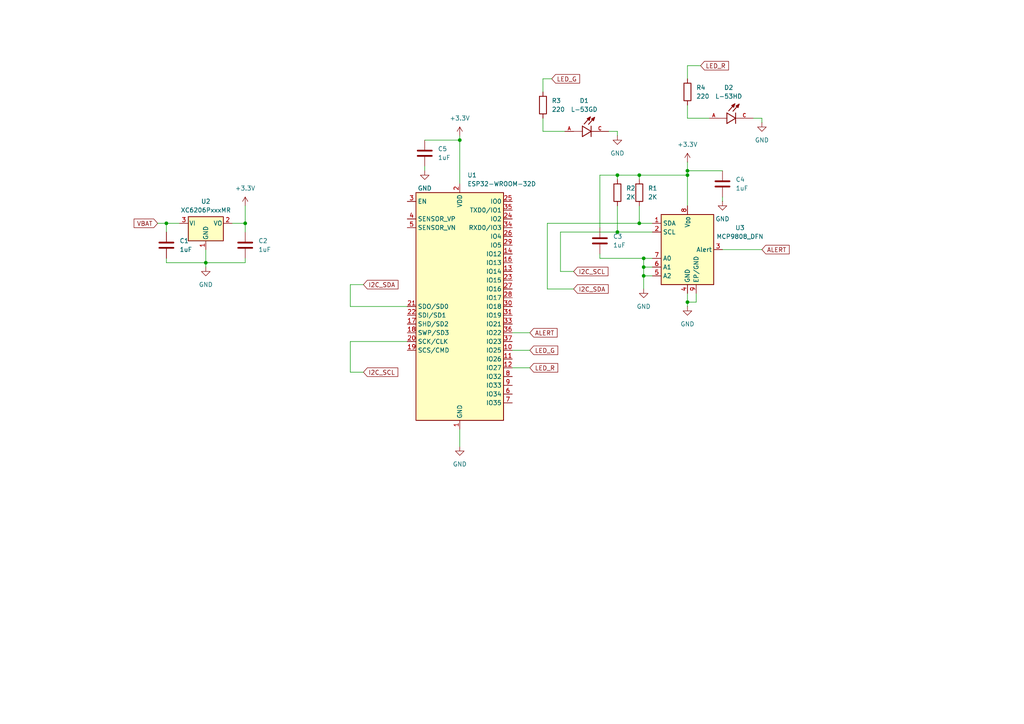
<source format=kicad_sch>
(kicad_sch (version 20231120) (generator "eeschema") (generator_version "8.0")
  (paper "A4")
  (lib_symbols
    (symbol "Device:C" (pin_numbers hide) (pin_names (offset 0.254))
      (property "Reference" "C" (at 0.635 2.54 0))
      (property "Value" "C" (at 0.635 -2.54 0))
      (symbol "C_0_1"
        (polyline (pts (xy -2.032 -0.762) (xy 2.032 -0.762)) (stroke (width 0.508)))
        (polyline (pts (xy -2.032 0.762) (xy 2.032 0.762)) (stroke (width 0.508)))
      )
      (symbol "C_1_1"
        (pin passive line (at 0 3.81 270) (length 2.794) (name "~") (number "1"))
        (pin passive line (at 0 -3.81 90) (length 2.794) (name "~") (number "2"))
      )
    )
    (symbol "Device:R" (pin_numbers hide) (pin_names (offset 0))
      (property "Reference" "R" (at 2.032 0 90))
      (property "Value" "R" (at 0 0 90))
      (symbol "R_0_1"
        (rectangle (start -1.016 -2.54) (end 1.016 2.54) (stroke (width 0.254)))
      )
      (symbol "R_1_1"
        (pin passive line (at 0 3.81 270) (length 1.27) (name "~") (number "1"))
        (pin passive line (at 0 -3.81 90) (length 1.27) (name "~") (number "2"))
      )
    )
    (symbol "New_Library:L-53GD" (pin_names (offset 1.016) hide)
      (property "Reference" "D" (at -3.0988 4.4958 0))
      (property "Value" "L-53GD" (at -3.556 -3.302 0))
      (symbol "L-53GD_0_0"
        (polyline (pts (xy -2.54 -1.524) (xy 0 0)) (stroke (width 0.254)))
        (polyline (pts (xy -2.54 0) (xy -5.08 0)) (stroke (width 0.1524)))
        (polyline (pts (xy -2.54 0) (xy -2.54 -1.524)) (stroke (width 0.254)))
        (polyline (pts (xy -2.54 1.524) (xy -2.54 0)) (stroke (width 0.254)))
        (polyline (pts (xy -1.1176 3.683) (xy -0.2286 4.1656)) (stroke (width 0.254)))
        (polyline (pts (xy -0.9398 3.6068) (xy -0.7112 3.7592)) (stroke (width 0.254)))
        (polyline (pts (xy -0.5588 3.2004) (xy -1.1176 3.683)) (stroke (width 0.254)))
        (polyline (pts (xy -0.5588 3.2004) (xy -0.5334 3.937)) (stroke (width 0.254)))
        (polyline (pts (xy -0.5334 3.937) (xy -0.6604 3.937)) (stroke (width 0.254)))
        (polyline (pts (xy -0.2286 4.1656) (xy -2.0066 2.1336)) (stroke (width 0.254)))
        (polyline (pts (xy -0.2286 4.1656) (xy -0.5588 3.2004)) (stroke (width 0.254)))
        (polyline (pts (xy 0 0) (xy -2.54 1.524)) (stroke (width 0.254)))
        (polyline (pts (xy 0 1.524) (xy 0 -1.524)) (stroke (width 0.254)))
        (polyline (pts (xy 0.127 3.5814) (xy 1.016 4.064)) (stroke (width 0.254)))
        (polyline (pts (xy 0.3048 3.5052) (xy 0.5334 3.6576)) (stroke (width 0.254)))
        (polyline (pts (xy 0.6858 3.0988) (xy 0.127 3.5814)) (stroke (width 0.254)))
        (polyline (pts (xy 0.6858 3.0988) (xy 0.7112 3.8354)) (stroke (width 0.254)))
        (polyline (pts (xy 0.7112 3.8354) (xy 0.5842 3.8354)) (stroke (width 0.254)))
        (polyline (pts (xy 1.016 4.064) (xy -0.762 2.032)) (stroke (width 0.254)))
        (polyline (pts (xy 1.016 4.064) (xy 0.6858 3.0988)) (stroke (width 0.254)))
        (pin passive line (at -7.62 0 0) (length 2.54) (name "~") (number "A"))
        (pin passive line (at 5.08 0 180) (length 5.08) (name "~") (number "C"))
      )
    )
    (symbol "RF_Module:ESP32-WROOM-32D"
      (property "Reference" "U" (at -12.7 34.29 0))
      (property "Value" "ESP32-WROOM-32D" (at 1.27 34.29 0))
      (symbol "ESP32-WROOM-32D_0_1"
        (rectangle (start -12.7 33.02) (end 12.7 -33.02) (stroke (width 0.254)) (fill (type background)))
      )
      (symbol "ESP32-WROOM-32D_1_1"
        (pin power_in line (at 0 -35.56 90) (length 2.54) (name "GND") (number "1"))
        (pin bidirectional line (at 15.24 -12.7 180) (length 2.54) (name "IO25") (number "10"))
        (pin bidirectional line (at 15.24 -15.24 180) (length 2.54) (name "IO26") (number "11"))
        (pin bidirectional line (at 15.24 -17.78 180) (length 2.54) (name "IO27") (number "12"))
        (pin bidirectional line (at 15.24 10.16 180) (length 2.54) (name "IO14") (number "13"))
        (pin bidirectional line (at 15.24 15.24 180) (length 2.54) (name "IO12") (number "14"))
        (pin passive line (at 0 -35.56 90) (length 2.54) hide (name "GND") (number "15"))
        (pin bidirectional line (at 15.24 12.7 180) (length 2.54) (name "IO13") (number "16"))
        (pin bidirectional line (at -15.24 -5.08 0) (length 2.54) (name "SHD/SD2") (number "17"))
        (pin bidirectional line (at -15.24 -7.62 0) (length 2.54) (name "SWP/SD3") (number "18"))
        (pin bidirectional line (at -15.24 -12.7 0) (length 2.54) (name "SCS/CMD") (number "19"))
        (pin power_in line (at 0 35.56 270) (length 2.54) (name "VDD") (number "2"))
        (pin bidirectional line (at -15.24 -10.16 0) (length 2.54) (name "SCK/CLK") (number "20"))
        (pin bidirectional line (at -15.24 0 0) (length 2.54) (name "SDO/SD0") (number "21"))
        (pin bidirectional line (at -15.24 -2.54 0) (length 2.54) (name "SDI/SD1") (number "22"))
        (pin bidirectional line (at 15.24 7.62 180) (length 2.54) (name "IO15") (number "23"))
        (pin bidirectional line (at 15.24 25.4 180) (length 2.54) (name "IO2") (number "24"))
        (pin bidirectional line (at 15.24 30.48 180) (length 2.54) (name "IO0") (number "25"))
        (pin bidirectional line (at 15.24 20.32 180) (length 2.54) (name "IO4") (number "26"))
        (pin bidirectional line (at 15.24 5.08 180) (length 2.54) (name "IO16") (number "27"))
        (pin bidirectional line (at 15.24 2.54 180) (length 2.54) (name "IO17") (number "28"))
        (pin bidirectional line (at 15.24 17.78 180) (length 2.54) (name "IO5") (number "29"))
        (pin input line (at -15.24 30.48 0) (length 2.54) (name "EN") (number "3"))
        (pin bidirectional line (at 15.24 0 180) (length 2.54) (name "IO18") (number "30"))
        (pin bidirectional line (at 15.24 -2.54 180) (length 2.54) (name "IO19") (number "31"))
        (pin no_connect line (at -12.7 -27.94 0) (length 2.54) hide (name "NC") (number "32"))
        (pin bidirectional line (at 15.24 -5.08 180) (length 2.54) (name "IO21") (number "33"))
        (pin bidirectional line (at 15.24 22.86 180) (length 2.54) (name "RXD0/IO3") (number "34"))
        (pin bidirectional line (at 15.24 27.94 180) (length 2.54) (name "TXD0/IO1") (number "35"))
        (pin bidirectional line (at 15.24 -7.62 180) (length 2.54) (name "IO22") (number "36"))
        (pin bidirectional line (at 15.24 -10.16 180) (length 2.54) (name "IO23") (number "37"))
        (pin passive line (at 0 -35.56 90) (length 2.54) hide (name "GND") (number "38"))
        (pin passive line (at 0 -35.56 90) (length 2.54) hide (name "GND") (number "39"))
        (pin input line (at -15.24 25.4 0) (length 2.54) (name "SENSOR_VP") (number "4"))
        (pin input line (at -15.24 22.86 0) (length 2.54) (name "SENSOR_VN") (number "5"))
        (pin input line (at 15.24 -25.4 180) (length 2.54) (name "IO34") (number "6"))
        (pin input line (at 15.24 -27.94 180) (length 2.54) (name "IO35") (number "7"))
        (pin bidirectional line (at 15.24 -20.32 180) (length 2.54) (name "IO32") (number "8"))
        (pin bidirectional line (at 15.24 -22.86 180) (length 2.54) (name "IO33") (number "9"))
      )
    )
    (symbol "Regulator_Linear:XC6206PxxxMR" (pin_names (offset 0.254))
      (property "Reference" "U" (at -3.81 3.175 0))
      (property "Value" "XC6206PxxxMR" (at 0 3.175 0))
      (symbol "XC6206PxxxMR_0_1"
        (rectangle (start -5.08 1.905) (end 5.08 -5.08) (stroke (width 0.254)) (fill (type background)))
      )
      (symbol "XC6206PxxxMR_1_1"
        (pin power_in line (at 0 -7.62 90) (length 2.54) (name "GND") (number "1"))
        (pin power_out line (at 7.62 0 180) (length 2.54) (name "VO") (number "2"))
        (pin power_in line (at -7.62 0 0) (length 2.54) (name "VI") (number "3"))
      )
    )
    (symbol "Sensor_Temperature:MCP9808_DFN"
      (property "Reference" "U" (at -6.35 11.43 0))
      (property "Value" "MCP9808_DFN" (at 10.16 11.43 0))
      (symbol "MCP9808_DFN_0_1"
        (rectangle (start -7.62 10.16) (end 7.62 -10.16) (stroke (width 0.254)) (fill (type background)))
      )
      (symbol "MCP9808_DFN_1_1"
        (pin bidirectional line (at -10.16 7.62 0) (length 2.54) (name "SDA") (number "1"))
        (pin input line (at -10.16 5.08 0) (length 2.54) (name "SCL") (number "2"))
        (pin output line (at 10.16 0 180) (length 2.54) (name "Alert") (number "3"))
        (pin power_in line (at 0 -12.7 90) (length 2.54) (name "GND") (number "4"))
        (pin input line (at -10.16 -7.62 0) (length 2.54) (name "A2") (number "5"))
        (pin input line (at -10.16 -5.08 0) (length 2.54) (name "A1") (number "6"))
        (pin input line (at -10.16 -2.54 0) (length 2.54) (name "A0") (number "7"))
        (pin power_in line (at 0 12.7 270) (length 2.54) (name "V_{DD}") (number "8"))
        (pin power_in line (at 2.54 -12.7 90) (length 2.54) (name "EP/GND") (number "9"))
      )
    )
    (symbol "power:+3.3V" (power) (pin_numbers hide) (pin_names (offset 0) hide)
      (property "Value" "+3.3V" (at 0 3.556 0))
      (symbol "+3.3V_0_1"
        (polyline (pts (xy -0.762 1.27) (xy 0 2.54)))
        (polyline (pts (xy 0 0) (xy 0 2.54)))
        (polyline (pts (xy 0 2.54) (xy 0.762 1.27)))
      )
      (symbol "+3.3V_1_1"
        (pin power_in line (at 0 0 90) (length 0) (name "~") (number "1"))
      )
    )
    (symbol "power:GND" (power) (pin_numbers hide) (pin_names (offset 0) hide)
      (property "Value" "GND" (at 0 -3.81 0))
      (symbol "GND_0_1"
        (polyline (pts (xy 0 0) (xy 0 -1.27) (xy 1.27 -1.27) (xy 0 -2.54) (xy -1.27 -1.27) (xy 0 -1.27)))
      )
      (symbol "GND_1_1"
        (pin power_in line (at 0 0 270) (length 0) (name "~") (number "1"))
      )
    )
  )
  (junction (at 133.35 40.64))
  (junction (at 179.07 67.31))
  (junction (at 59.69 76.2))
  (junction (at 185.42 50.8))
  (junction (at 48.26 64.77))
  (junction (at 71.12 64.77))
  (junction (at 185.42 64.77))
  (junction (at 199.39 49.53))
  (junction (at 199.39 87.63))
  (junction (at 179.07 50.8))
  (junction (at 186.69 77.47))
  (junction (at 186.69 80.01))
  (junction (at 186.69 74.93))
  (junction (at 199.39 50.8))
  (wire (pts (xy 173.99 74.93) (xy 173.99 73.66)))
  (wire (pts (xy 189.23 80.01) (xy 186.69 80.01)))
  (wire (pts (xy 160.02 22.86) (xy 157.48 22.86)))
  (wire (pts (xy 199.39 49.53) (xy 209.55 49.53)))
  (wire (pts (xy 199.39 19.05) (xy 199.39 22.86)))
  (wire (pts (xy 71.12 74.93) (xy 71.12 76.2)))
  (wire (pts (xy 189.23 74.93) (xy 186.69 74.93)))
  (wire (pts (xy 186.69 80.01) (xy 186.69 83.82)))
  (wire (pts (xy 199.39 87.63) (xy 199.39 88.9)))
  (wire (pts (xy 157.48 34.29) (xy 157.48 38.1)))
  (wire (pts (xy 173.99 66.04) (xy 173.99 50.8)))
  (wire (pts (xy 101.6 107.95) (xy 101.6 99.06)))
  (wire (pts (xy 173.99 50.8) (xy 179.07 50.8)))
  (wire (pts (xy 220.98 35.56) (xy 220.98 34.29)))
  (wire (pts (xy 186.69 77.47) (xy 186.69 80.01)))
  (wire (pts (xy 148.59 101.6) (xy 153.67 101.6)))
  (wire (pts (xy 220.98 34.29) (xy 218.44 34.29)))
  (wire (pts (xy 199.39 49.53) (xy 199.39 50.8)))
  (wire (pts (xy 186.69 77.47) (xy 189.23 77.47)))
  (wire (pts (xy 45.72 64.77) (xy 48.26 64.77)))
  (wire (pts (xy 101.6 82.55) (xy 101.6 88.9)))
  (wire (pts (xy 199.39 85.09) (xy 199.39 87.63)))
  (wire (pts (xy 185.42 64.77) (xy 185.42 59.69)))
  (wire (pts (xy 133.35 39.37) (xy 133.35 40.64)))
  (wire (pts (xy 179.07 39.37) (xy 179.07 38.1)))
  (wire (pts (xy 203.2 19.05) (xy 199.39 19.05)))
  (wire (pts (xy 148.59 96.52) (xy 153.67 96.52)))
  (wire (pts (xy 133.35 124.46) (xy 133.35 129.54)))
  (wire (pts (xy 185.42 50.8) (xy 199.39 50.8)))
  (wire (pts (xy 48.26 74.93) (xy 48.26 76.2)))
  (wire (pts (xy 59.69 76.2) (xy 71.12 76.2)))
  (wire (pts (xy 48.26 76.2) (xy 59.69 76.2)))
  (wire (pts (xy 59.69 72.39) (xy 59.69 76.2)))
  (wire (pts (xy 186.69 74.93) (xy 173.99 74.93)))
  (wire (pts (xy 199.39 30.48) (xy 199.39 34.29)))
  (wire (pts (xy 179.07 38.1) (xy 176.53 38.1)))
  (wire (pts (xy 67.31 64.77) (xy 71.12 64.77)))
  (wire (pts (xy 185.42 52.07) (xy 185.42 50.8)))
  (wire (pts (xy 201.93 87.63) (xy 199.39 87.63)))
  (wire (pts (xy 101.6 99.06) (xy 118.11 99.06)))
  (wire (pts (xy 157.48 38.1) (xy 163.83 38.1)))
  (wire (pts (xy 162.56 67.31) (xy 162.56 78.74)))
  (wire (pts (xy 101.6 88.9) (xy 118.11 88.9)))
  (wire (pts (xy 158.75 83.82) (xy 166.37 83.82)))
  (wire (pts (xy 199.39 46.99) (xy 199.39 49.53)))
  (wire (pts (xy 185.42 64.77) (xy 158.75 64.77)))
  (wire (pts (xy 179.07 59.69) (xy 179.07 67.31)))
  (wire (pts (xy 48.26 64.77) (xy 52.07 64.77)))
  (wire (pts (xy 158.75 64.77) (xy 158.75 83.82)))
  (wire (pts (xy 186.69 74.93) (xy 186.69 77.47)))
  (wire (pts (xy 105.41 82.55) (xy 101.6 82.55)))
  (wire (pts (xy 105.41 107.95) (xy 101.6 107.95)))
  (wire (pts (xy 148.59 106.68) (xy 153.67 106.68)))
  (wire (pts (xy 162.56 78.74) (xy 166.37 78.74)))
  (wire (pts (xy 123.19 40.64) (xy 133.35 40.64)))
  (wire (pts (xy 179.07 67.31) (xy 189.23 67.31)))
  (wire (pts (xy 179.07 50.8) (xy 185.42 50.8)))
  (wire (pts (xy 48.26 67.31) (xy 48.26 64.77)))
  (wire (pts (xy 209.55 72.39) (xy 220.98 72.39)))
  (wire (pts (xy 189.23 64.77) (xy 185.42 64.77)))
  (wire (pts (xy 59.69 76.2) (xy 59.69 77.47)))
  (wire (pts (xy 179.07 67.31) (xy 162.56 67.31)))
  (wire (pts (xy 199.39 50.8) (xy 199.39 59.69)))
  (wire (pts (xy 123.19 48.26) (xy 123.19 49.53)))
  (wire (pts (xy 199.39 34.29) (xy 205.74 34.29)))
  (wire (pts (xy 209.55 57.15) (xy 209.55 58.42)))
  (wire (pts (xy 71.12 59.69) (xy 71.12 64.77)))
  (wire (pts (xy 133.35 40.64) (xy 133.35 53.34)))
  (wire (pts (xy 157.48 22.86) (xy 157.48 26.67)))
  (wire (pts (xy 179.07 52.07) (xy 179.07 50.8)))
  (wire (pts (xy 71.12 64.77) (xy 71.12 67.31)))
  (wire (pts (xy 201.93 85.09) (xy 201.93 87.63)))
  (global_label "ALERT" (shape input) (at 220.98 72.39 0) (property "Intersheetrefs" "${INTERSHEET_REFS}" (effects (hide yes))))
  (global_label "LED_G" (shape input) (at 153.67 101.6 0) (property "Intersheetrefs" "${INTERSHEET_REFS}" (effects (hide yes))))
  (global_label "VBAT" (shape input) (at 45.72 64.77 180) (property "Intersheetrefs" "${INTERSHEET_REFS}" (effects (hide yes))))
  (global_label "I2C_SCL" (shape input) (at 105.41 107.95 0) (property "Intersheetrefs" "${INTERSHEET_REFS}" (effects (hide yes))))
  (global_label "LED_R" (shape input) (at 153.67 106.68 0) (property "Intersheetrefs" "${INTERSHEET_REFS}" (effects (hide yes))))
  (global_label "I2C_SDA" (shape input) (at 166.37 83.82 0) (property "Intersheetrefs" "${INTERSHEET_REFS}" (effects (hide yes))))
  (global_label "I2C_SCL" (shape input) (at 166.37 78.74 0) (property "Intersheetrefs" "${INTERSHEET_REFS}" (effects (hide yes))))
  (global_label "I2C_SDA" (shape input) (at 105.41 82.55 0) (property "Intersheetrefs" "${INTERSHEET_REFS}" (effects (hide yes))))
  (global_label "LED_R" (shape input) (at 203.2 19.05 0) (property "Intersheetrefs" "${INTERSHEET_REFS}" (effects (hide yes))))
  (global_label "ALERT" (shape input) (at 153.67 96.52 0) (property "Intersheetrefs" "${INTERSHEET_REFS}" (effects (hide yes))))
  (global_label "LED_G" (shape input) (at 160.02 22.86 0) (property "Intersheetrefs" "${INTERSHEET_REFS}" (effects (hide yes))))
  (symbol (lib_id "power:+3.3V") (at 71.12 59.69 0) (unit 1)
    (property "Reference" "#PWR08" (effects (hide yes)))
    (property "Value" "+3.3V" (at 71.12 54.61 0))
    (property "Description" "Power symbol creates a global label with name \"+3.3V\"" (effects (hide yes)))
  )
  (symbol (lib_id "power:GND") (at 220.98 35.56 0) (unit 1)
    (property "Reference" "#PWR010" (effects (hide yes)))
    (property "Value" "GND" (at 220.98 40.64 0))
    (property "Description" "Power symbol creates a global label with name \"GND\" , ground" (effects (hide yes)))
  )
  (symbol (lib_id "Device:C") (at 173.99 69.85 0) (unit 1)
    (property "Reference" "C3" (at 177.8 68.5799 0) (effects (justify left)))
    (property "Value" "1uF" (at 177.8 71.1199 0) (effects (justify left)))
    (property "Footprint" "Capacitor_SMD:C_0201_0603Metric" (effects (hide yes)))
    (property "Description" "Unpolarized capacitor" (effects (hide yes)))
  )
  (symbol (lib_id "Regulator_Linear:XC6206PxxxMR") (at 59.69 64.77 0) (unit 1)
    (property "Reference" "U2" (at 59.69 58.42 0))
    (property "Value" "XC6206PxxxMR" (at 59.69 60.96 0))
    (property "Footprint" "Package_TO_SOT_SMD:SOT-23-3" (effects (hide yes)))
    (property "Datasheet" "https://www.torexsemi.com/file/xc6206/XC6206.pdf" (effects (hide yes)))
    (property "Description" "Positive 60-250mA Low Dropout Regulator, Fixed Output, SOT-23" (effects (hide yes)))
  )
  (symbol (lib_id "Device:R") (at 199.39 26.67 0) (unit 1)
    (property "Reference" "R4" (at 201.93 25.3999 0) (effects (justify left)))
    (property "Value" "220" (at 201.93 27.9399 0) (effects (justify left)))
    (property "Footprint" "Resistor_SMD:R_0201_0603Metric" (effects (hide yes)))
    (property "Description" "Resistor" (effects (hide yes)))
  )
  (symbol (lib_id "power:GND") (at 209.55 58.42 0) (unit 1)
    (property "Reference" "#PWR012" (effects (hide yes)))
    (property "Value" "GND" (at 209.55 63.5 0))
    (property "Description" "Power symbol creates a global label with name \"GND\" , ground" (effects (hide yes)))
  )
  (symbol (lib_id "power:+3.3V") (at 199.39 46.99 0) (unit 1)
    (property "Reference" "#PWR04" (effects (hide yes)))
    (property "Value" "+3.3V" (at 199.39 41.91 0))
    (property "Description" "Power symbol creates a global label with name \"+3.3V\"" (effects (hide yes)))
  )
  (symbol (lib_id "power:GND") (at 179.07 39.37 0) (unit 1)
    (property "Reference" "#PWR09" (effects (hide yes)))
    (property "Value" "GND" (at 179.07 44.45 0))
    (property "Description" "Power symbol creates a global label with name \"GND\" , ground" (effects (hide yes)))
  )
  (symbol (lib_id "Device:C") (at 123.19 44.45 0) (unit 1)
    (property "Reference" "C5" (at 127 43.1799 0) (effects (justify left)))
    (property "Value" "1uF" (at 127 45.7199 0) (effects (justify left)))
    (property "Footprint" "Capacitor_SMD:C_0201_0603Metric" (effects (hide yes)))
    (property "Description" "Unpolarized capacitor" (effects (hide yes)))
  )
  (symbol (lib_id "Device:C") (at 48.26 71.12 0) (unit 1)
    (property "Reference" "C1" (at 52.07 69.8499 0) (effects (justify left)))
    (property "Value" "1uF" (at 52.07 72.3899 0) (effects (justify left)))
    (property "Footprint" "Capacitor_SMD:C_0201_0603Metric" (effects (hide yes)))
    (property "Description" "Unpolarized capacitor" (effects (hide yes)))
  )
  (symbol (lib_id "New_Library:L-53GD") (at 171.45 38.1 0) (unit 1)
    (property "Reference" "D1" (at 169.4434 29.21 0))
    (property "Value" "L-53GD" (at 169.4434 31.75 0))
    (property "Footprint" "LEDRD254W50D500H1060" (effects (hide yes)))
    (property "MF" "Kingbright" (effects (hide yes)))
    (property "MAXIMUM_PACKAGE_HEIGHT" "10.6mm" (effects (hide yes)))
    (property "Package" "CDIP-28 Kingbright" (effects (hide yes)))
    (property "Price" "None" (effects (hide yes)))
    (property "Check_prices" "https://www.snapeda.com/parts/L-53GD/Kingbright/view-part/?ref=eda" (effects (hide yes)))
    (property "STANDARD" "IPC-7351B" (effects (hide yes)))
    (property "PARTREV" "V.3" (effects (hide yes)))
    (property "SnapEDA_Link" "https://www.snapeda.com/parts/L-53GD/Kingbright/view-part/?ref=snap" (effects (hide yes)))
    (property "MP" "L-53GD" (effects (hide yes)))
    (property "Description_1" "\\nLED; 5mm; green; 5-32mcd; 60°; Front: convex\\n" (effects (hide yes)))
    (property "Availability" "In Stock" (effects (hide yes)))
    (property "MANUFACTURER" "Kingbright" (effects (hide yes)))
  )
  (symbol (lib_id "Device:R") (at 185.42 55.88 0) (unit 1)
    (property "Reference" "R1" (at 187.96 54.6099 0) (effects (justify left)))
    (property "Value" "2K" (at 187.96 57.1499 0) (effects (justify left)))
    (property "Footprint" "Resistor_SMD:R_0201_0603Metric" (effects (hide yes)))
    (property "Description" "Resistor" (effects (hide yes)))
  )
  (symbol (lib_id "power:GND") (at 59.69 77.47 0) (unit 1)
    (property "Reference" "#PWR01" (effects (hide yes)))
    (property "Value" "GND" (at 59.69 82.55 0))
    (property "Description" "Power symbol creates a global label with name \"GND\" , ground" (effects (hide yes)))
  )
  (symbol (lib_id "power:+3.3V") (at 133.35 39.37 0) (unit 1)
    (property "Reference" "#PWR07" (effects (hide yes)))
    (property "Value" "+3.3V" (at 133.35 34.29 0))
    (property "Description" "Power symbol creates a global label with name \"+3.3V\"" (effects (hide yes)))
  )
  (symbol (lib_id "RF_Module:ESP32-WROOM-32D") (at 133.35 88.9 0) (unit 1)
    (property "Reference" "U1" (at 135.5441 50.8 0) (effects (justify left)))
    (property "Value" "ESP32-WROOM-32D" (at 135.5441 53.34 0) (effects (justify left)))
    (property "Footprint" "RF_Module:ESP32-WROOM-32D" (effects (hide yes)))
    (property "Datasheet" "https://www.espressif.com/sites/default/files/documentation/esp32-wroom-32d_esp32-wroom-32u_datasheet_en.pdf" (effects (hide yes)))
    (property "Description" "RF Module, ESP32-D0WD SoC, Wi-Fi 802.11b/g/n, Bluetooth, BLE, 32-bit, 2.7-3.6V, onboard antenna, SMD" (effects (hide yes)))
  )
  (symbol (lib_id "power:GND") (at 123.19 49.53 0) (unit 1)
    (property "Reference" "#PWR011" (effects (hide yes)))
    (property "Value" "GND" (at 123.19 54.61 0))
    (property "Description" "Power symbol creates a global label with name \"GND\" , ground" (effects (hide yes)))
  )
  (symbol (lib_id "New_Library:L-53GD") (at 213.36 34.29 0) (unit 1)
    (property "Reference" "D2" (at 211.3534 25.4 0))
    (property "Value" "L-53HD" (at 211.3534 27.94 0))
    (property "Footprint" "Library:LED_WP7113SYD" (effects (hide yes)))
    (property "MF" "Kingbright" (effects (hide yes)))
    (property "MAXIMUM_PACKAGE_HEIGHT" "10.6mm" (effects (hide yes)))
    (property "Package" "CDIP-28 Kingbright" (effects (hide yes)))
    (property "Price" "None" (effects (hide yes)))
    (property "Check_prices" "https://www.snapeda.com/parts/L-53GD/Kingbright/view-part/?ref=eda" (effects (hide yes)))
    (property "STANDARD" "IPC-7351B" (effects (hide yes)))
    (property "PARTREV" "V.3" (effects (hide yes)))
    (property "SnapEDA_Link" "https://www.snapeda.com/parts/L-53GD/Kingbright/view-part/?ref=snap" (effects (hide yes)))
    (property "MP" "L-53GD" (effects (hide yes)))
    (property "Description_1" "\\nLED; 5mm; green; 5-32mcd; 60°; Front: convex\\n" (effects (hide yes)))
    (property "Availability" "In Stock" (effects (hide yes)))
    (property "MANUFACTURER" "Kingbright" (effects (hide yes)))
  )
  (symbol (lib_id "Sensor_Temperature:MCP9808_DFN") (at 199.39 72.39 0) (unit 1)
    (property "Reference" "U3" (at 214.63 66.0714 0))
    (property "Value" "MCP9808_DFN" (at 214.63 68.6114 0))
    (property "Footprint" "Package_DFN_QFN:DFN-8-1EP_3x2mm_P0.5mm_EP1.7x1.4mm" (effects (hide yes)))
    (property "Datasheet" "http://ww1.microchip.com/downloads/en/DeviceDoc/MCP9808-0.5C-Maximum-Accuracy-Digital-Temperature-Sensor-Data-Sheet-DS20005095B.pdf" (effects (hide yes)))
    (property "Description" "+/-0.25C (+/-0.5C) Typical (Maximum), Digital Temperature Sensor, DFN-8" (effects (hide yes)))
  )
  (symbol (lib_id "power:GND") (at 186.69 83.82 0) (unit 1)
    (property "Reference" "#PWR03" (effects (hide yes)))
    (property "Value" "GND" (at 186.69 88.9 0))
    (property "Description" "Power symbol creates a global label with name \"GND\" , ground" (effects (hide yes)))
  )
  (symbol (lib_id "power:GND") (at 199.39 88.9 0) (unit 1)
    (property "Reference" "#PWR02" (effects (hide yes)))
    (property "Value" "GND" (at 199.39 93.98 0))
    (property "Description" "Power symbol creates a global label with name \"GND\" , ground" (effects (hide yes)))
  )
  (symbol (lib_id "Device:R") (at 157.48 30.48 0) (unit 1)
    (property "Reference" "R3" (at 160.02 29.2099 0) (effects (justify left)))
    (property "Value" "220" (at 160.02 31.7499 0) (effects (justify left)))
    (property "Footprint" "Resistor_SMD:R_0201_0603Metric" (effects (hide yes)))
    (property "Description" "Resistor" (effects (hide yes)))
  )
  (symbol (lib_id "Device:R") (at 179.07 55.88 0) (unit 1)
    (property "Reference" "R2" (at 181.61 54.6099 0) (effects (justify left)))
    (property "Value" "2K" (at 181.61 57.1499 0) (effects (justify left)))
    (property "Footprint" "Resistor_SMD:R_0201_0603Metric" (effects (hide yes)))
    (property "Description" "Resistor" (effects (hide yes)))
  )
  (symbol (lib_id "Device:C") (at 209.55 53.34 0) (unit 1)
    (property "Reference" "C4" (at 213.36 52.0699 0) (effects (justify left)))
    (property "Value" "1uF" (at 213.36 54.6099 0) (effects (justify left)))
    (property "Footprint" "Capacitor_SMD:C_0201_0603Metric" (effects (hide yes)))
    (property "Description" "Unpolarized capacitor" (effects (hide yes)))
  )
  (symbol (lib_id "power:GND") (at 133.35 129.54 0) (unit 1)
    (property "Reference" "#PWR05" (effects (hide yes)))
    (property "Value" "GND" (at 133.35 134.62 0))
    (property "Description" "Power symbol creates a global label with name \"GND\" , ground" (effects (hide yes)))
  )
  (symbol (lib_id "Device:C") (at 71.12 71.12 0) (unit 1)
    (property "Reference" "C2" (at 74.93 69.8499 0) (effects (justify left)))
    (property "Value" "1uF" (at 74.93 72.3899 0) (effects (justify left)))
    (property "Footprint" "Capacitor_SMD:C_0201_0603Metric" (effects (hide yes)))
    (property "Description" "Unpolarized capacitor" (effects (hide yes)))
  )
)
</source>
